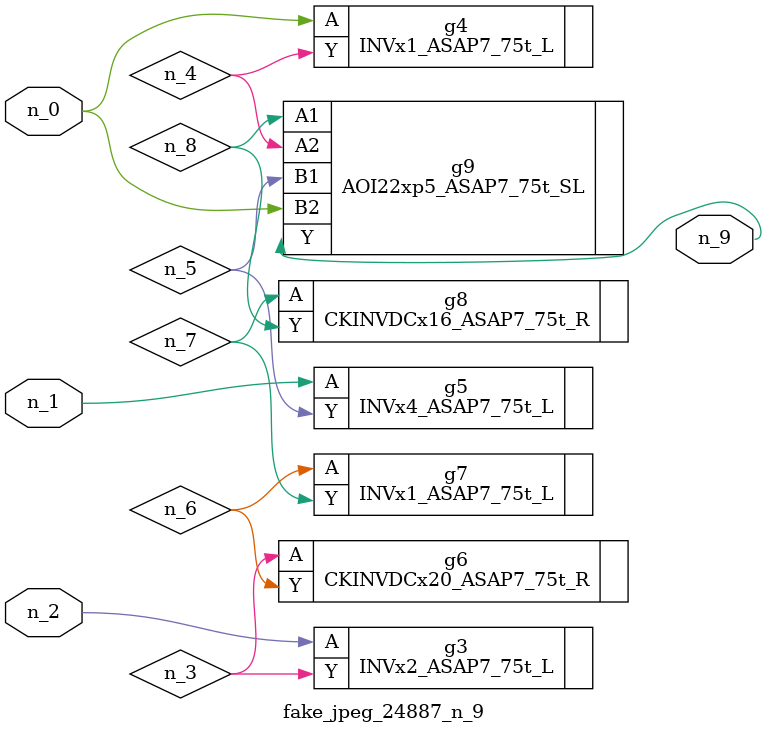
<source format=v>
module fake_jpeg_24887_n_9 (n_0, n_2, n_1, n_9);

input n_0;
input n_2;
input n_1;

output n_9;

wire n_3;
wire n_4;
wire n_8;
wire n_6;
wire n_5;
wire n_7;

INVx2_ASAP7_75t_L g3 ( 
.A(n_2),
.Y(n_3)
);

INVx1_ASAP7_75t_L g4 ( 
.A(n_0),
.Y(n_4)
);

INVx4_ASAP7_75t_L g5 ( 
.A(n_1),
.Y(n_5)
);

CKINVDCx20_ASAP7_75t_R g6 ( 
.A(n_3),
.Y(n_6)
);

INVx1_ASAP7_75t_L g7 ( 
.A(n_6),
.Y(n_7)
);

CKINVDCx16_ASAP7_75t_R g8 ( 
.A(n_7),
.Y(n_8)
);

AOI22xp5_ASAP7_75t_SL g9 ( 
.A1(n_8),
.A2(n_4),
.B1(n_5),
.B2(n_0),
.Y(n_9)
);


endmodule
</source>
